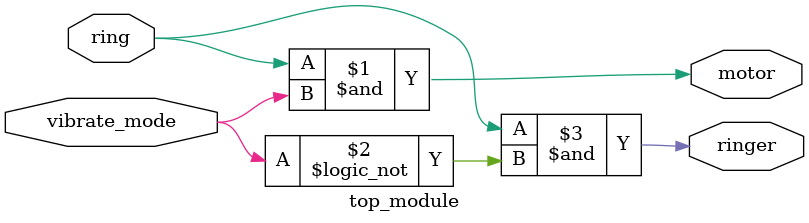
<source format=v>
module top_module (
    input ring, vibrate_mode,
    output ringer, motor);
    
    assign motor = ring & vibrate_mode;
    assign ringer = ring & !vibrate_mode;
endmodule
</source>
